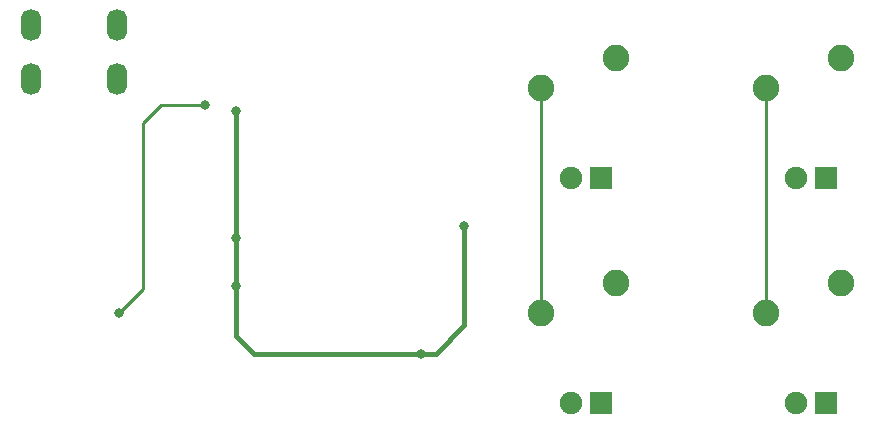
<source format=gtl>
G04 #@! TF.GenerationSoftware,KiCad,Pcbnew,(5.1.4)-1*
G04 #@! TF.CreationDate,2024-07-18T00:41:49-04:00*
G04 #@! TF.ProjectId,ai03-pcb-guide,61693033-2d70-4636-922d-67756964652e,rev?*
G04 #@! TF.SameCoordinates,Original*
G04 #@! TF.FileFunction,Copper,L1,Top*
G04 #@! TF.FilePolarity,Positive*
%FSLAX46Y46*%
G04 Gerber Fmt 4.6, Leading zero omitted, Abs format (unit mm)*
G04 Created by KiCad (PCBNEW (5.1.4)-1) date 2024-07-18 00:41:49*
%MOMM*%
%LPD*%
G04 APERTURE LIST*
%ADD10C,2.250000*%
%ADD11C,1.905000*%
%ADD12R,1.905000X1.905000*%
%ADD13O,1.700000X2.700000*%
%ADD14C,0.800000*%
%ADD15C,0.381000*%
%ADD16C,0.254000*%
G04 APERTURE END LIST*
D10*
X126365000Y-28257500D03*
X120015000Y-30797500D03*
D11*
X122555000Y-38417500D03*
D12*
X125095000Y-38417500D03*
D13*
X57787500Y-30027000D03*
X65087500Y-30027000D03*
X65087500Y-25527000D03*
X57787500Y-25527000D03*
D10*
X126365000Y-47307500D03*
X120015000Y-49847500D03*
D11*
X122555000Y-57467500D03*
D12*
X125095000Y-57467500D03*
D10*
X107315000Y-47307500D03*
X100965000Y-49847500D03*
D11*
X103505000Y-57467500D03*
D12*
X106045000Y-57467500D03*
D10*
X107315000Y-28257500D03*
X100965000Y-30797500D03*
D11*
X103505000Y-38417500D03*
D12*
X106045000Y-38417500D03*
D14*
X75184000Y-32766000D03*
X75184000Y-43561000D03*
X75184000Y-43561000D03*
X75184000Y-47625000D03*
X94488000Y-42545000D03*
X90805000Y-53340000D03*
X65278000Y-49911000D03*
X72517000Y-32258000D03*
D15*
X75184000Y-42545000D02*
X75184000Y-43561000D01*
X75184000Y-32766000D02*
X75184000Y-42545000D01*
X75184000Y-46863000D02*
X75184000Y-51816000D01*
X75184000Y-46863000D02*
X75184000Y-47625000D01*
X75184000Y-42545000D02*
X75184000Y-46863000D01*
X75184000Y-51816000D02*
X76708000Y-53340000D01*
X92075000Y-53340000D02*
X94488000Y-50927000D01*
X94488000Y-50927000D02*
X94488000Y-42545000D01*
X90805000Y-53340000D02*
X92075000Y-53340000D01*
X89281000Y-53340000D02*
X90805000Y-53340000D01*
X76708000Y-53340000D02*
X89281000Y-53340000D01*
D16*
X100965000Y-30797500D02*
X100965000Y-49847500D01*
X120015000Y-30797500D02*
X120015000Y-49847500D01*
X68834000Y-32258000D02*
X72517000Y-32258000D01*
X67310000Y-33782000D02*
X68834000Y-32258000D01*
X67310000Y-47879000D02*
X67310000Y-33782000D01*
X65278000Y-49911000D02*
X67310000Y-47879000D01*
M02*

</source>
